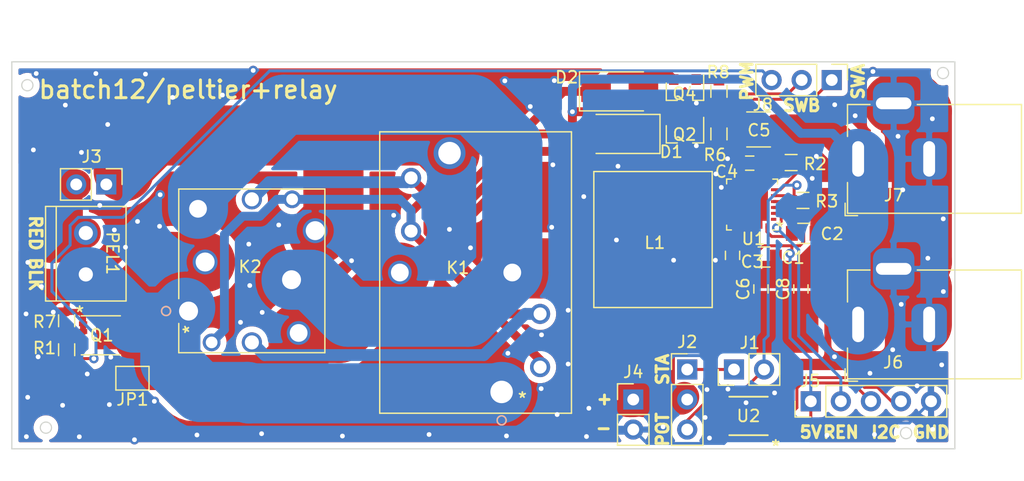
<source format=kicad_pcb>
(kicad_pcb (version 20171130) (host pcbnew "(5.1.6-0-10_14)")
  (layers (0 F.Cu signal) (31 B.Cu signal) (34 B.Paste user) (35 F.Paste user) (36 B.SilkS user) (37 F.SilkS user) (38 B.Mask user) (39 F.Mask user) (44 Edge.Cuts user))
  (net 0 "")
  (net 1 /PEL1)
  (net 2 12V)
  (net 3 /PEL3)
  (net 4 /PEL_BLK)
  (net 5 /PEL_RED)
  (net 6 "Net-(J1-Pad1)")
  (net 7 REG_OUT)
  (net 8 /POT_RES_A)
  (net 9 GND)
  (net 10 I2C_SDA)
  (net 11 I2C_SCL)
  (net 12 5V)
  (net 13 /PEL2)
  (net 14 "Net-(Q1-Pad4)")
  (net 15 "Net-(Q2-Pad1)")
  (net 16 "Net-(Q4-Pad1)")
  (net 17 PEL_PWM)
  (net 18 PEL_SWA)
  (net 19 PEL_SWB)
  (net 20 "Net-(R2-Pad2)")
  (net 21 "Net-(C3-Pad1)")
  (net 22 "Net-(C2-Pad1)")
  (net 23 "Net-(J3-Pad2)")
  (net 24 REG_LX)
  (net 25 REG_FB)
  (net 26 REG_EN)
  (module Pin_Headers:Pin_Header_Straight_1x05_Pitch2.54mm (layer F.Cu) (at 166 110.5 90)
    (fp_text reference J5 (at 1.72 -0.05 180) (layer F.SilkS))
    (fp_text value Conn_01x05_Male)
    (pad 5 thru_hole oval (at 0 10.16 90) (size 1.7 1.7) (drill 1) (layers *.Cu *.Mask) (net 9 GND))
    (pad 4 thru_hole oval (at 0 7.62 90) (size 1.7 1.7) (drill 1) (layers *.Cu *.Mask) (net 10 I2C_SDA))
    (pad 3 thru_hole oval (at 0 5.08 90) (size 1.7 1.7) (drill 1) (layers *.Cu *.Mask) (net 11 I2C_SCL))
    (pad 2 thru_hole oval (at 0 2.54 90) (size 1.7 1.7) (drill 1) (layers *.Cu *.Mask) (net 26 REG_EN))
    (pad 1 thru_hole rect (at 0 0 90) (size 1.7 1.7) (drill 1) (layers *.Cu *.Mask) (net 12 5V))
  )
  (module Diodes_SMD:D_SMA (layer F.Cu) (at 149.86 87.89 180)
    (fp_text reference D1 (at -4.35 -1.51) (layer F.SilkS))
    (fp_text value DIODE)
    (pad 1 smd rect (at -2 0 180) (size 2.5 1.8) (layers F.Cu F.Paste F.Mask) (net 1 /PEL1))
    (pad 2 smd rect (at 2 0 180) (size 2.5 1.8) (layers F.Cu F.Paste F.Mask) (net 2 12V))
  )
  (module Diodes_SMD:D_SMA (layer F.Cu) (at 149.86 84.29)
    (fp_text reference D2 (at -4.48 -1.19) (layer F.SilkS))
    (fp_text value DIODE)
    (pad 2 smd rect (at 2 0) (size 2.5 1.8) (layers F.Cu F.Paste F.Mask) (net 2 12V))
    (pad 1 smd rect (at -2 0) (size 2.5 1.8) (layers F.Cu F.Paste F.Mask) (net 3 /PEL3))
  )
  (module Ninja-qPCR:TB_SeeedOPL_320110028 (layer F.Cu) (at 104.75 96.27 270)
    (fp_text reference PEL1 (at 1.71 -2.25 270 unlocked) (layer F.SilkS))
    (fp_text value Screw_Terminal_01x02)
    (pad 2 thru_hole circle (at 3.5 0 270) (size 2 2) (drill 1.2) (layers *.Cu *.Mask) (net 4 /PEL_BLK))
    (pad 1 thru_hole circle (at 0 0 270) (size 2 2) (drill 1.2) (layers *.Cu *.Mask) (net 23 "Net-(J3-Pad2)"))
  )
  (module Pin_Headers:Pin_Header_Straight_1x02_Pitch2.54mm (layer F.Cu) (at 159.51 107.81 90)
    (fp_text reference J1 (at 2.26 1.33 180) (layer F.SilkS))
    (fp_text value Conn_01x02_Female)
    (pad 2 thru_hole oval (at 0 2.54 90) (size 1.7 1.7) (drill 1) (layers *.Cu *.Mask) (net 25 REG_FB))
    (pad 1 thru_hole rect (at 0 0 90) (size 1.7 1.7) (drill 1) (layers *.Cu *.Mask) (net 6 "Net-(J1-Pad1)"))
  )
  (module Pin_Headers:Pin_Header_Straight_1x03_Pitch2.54mm (layer F.Cu) (at 155.56 107.81)
    (fp_text reference J2 (at 0 -2.33) (layer F.SilkS))
    (fp_text value Conn_01x03_Male)
    (pad 3 thru_hole oval (at 0 5.08) (size 1.7 1.7) (drill 1) (layers *.Cu *.Mask) (net 8 /POT_RES_A))
    (pad 2 thru_hole oval (at 0 2.54) (size 1.7 1.7) (drill 1) (layers *.Cu *.Mask) (net 7 REG_OUT))
    (pad 1 thru_hole rect (at 0 0) (size 1.7 1.7) (drill 1) (layers *.Cu *.Mask) (net 6 "Net-(J1-Pad1)"))
  )
  (module Connector_BarrelJack:BarrelJack_Horizontal (layer F.Cu) (at 170 104 180)
    (fp_text reference J6 (at -2.96 -3.21) (layer F.SilkS))
    (fp_text value Barrel_Jack_Switch)
    (pad 1 thru_hole rect (at 0 0 180) (size 3.5 3.5) (drill oval 1 3) (layers *.Cu *.Mask) (net 2 12V))
    (pad 2 thru_hole roundrect (at -6 0 180) (size 3 3.5) (drill oval 1 3) (layers *.Cu *.Mask) (net 9 GND))
    (pad 3 thru_hole roundrect (at -3 4.7 180) (size 3.5 3.5) (drill oval 3 1) (layers *.Cu *.Mask) (net 9 GND))
  )
  (module Connector_BarrelJack:BarrelJack_Horizontal (layer F.Cu) (at 170 90 180)
    (fp_text reference J7 (at -3.03 -3.08) (layer F.SilkS))
    (fp_text value Barrel_Jack_Switch)
    (pad 3 thru_hole roundrect (at -3 4.7 180) (size 3.5 3.5) (drill oval 3 1) (layers *.Cu *.Mask) (net 9 GND))
    (pad 2 thru_hole roundrect (at -6 0 180) (size 3 3.5) (drill oval 1 3) (layers *.Cu *.Mask) (net 9 GND))
    (pad 1 thru_hole rect (at 0 0 180) (size 3.5 3.5) (drill oval 1 3) (layers *.Cu *.Mask) (net 2 12V))
  )
  (module Ninja-qPCR:EP2-3L3SAb (layer F.Cu) (at 139.88 109.71 90)
    (fp_text reference K1 (at 10.5 -3.7) (layer F.SilkS))
    (fp_text value EP2-3L3SAb hide)
    (fp_text user * (at -0.55 1.75) (layer F.SilkS))
    (pad 1 thru_hole circle (at 0 0 180) (size 2.7 2.7) (drill 1.9) (layers *.Cu *.Mask) (net 4 /PEL_BLK))
    (pad 2 thru_hole circle (at 2.1 3.25 180) (size 1.7 1.7) (drill 1.1) (layers *.Cu *.Mask) (net 2 12V))
    (pad 3 thru_hole circle (at 6.6 3.25 180) (size 1.7 1.7) (drill 1.1) (layers *.Cu *.Mask) (net 1 /PEL1))
    (pad 4 thru_hole circle (at 10.1 0.9 180) (size 2 2) (drill 1.5) (layers *.Cu *.Mask) (net 7 REG_OUT))
    (pad 8 thru_hole circle (at 20.2 -4.4 180) (size 2.7 2.7) (drill 1.9) (layers *.Cu *.Mask) (net 5 /PEL_RED))
    (pad 7 thru_hole circle (at 18.1 -7.65 180) (size 1.7 1.7) (drill 1.1) (layers *.Cu *.Mask) (net 3 /PEL3))
    (pad 6 thru_hole circle (at 13.6 -7.65 180) (size 1.7 1.7) (drill 1.1) (layers *.Cu *.Mask) (net 2 12V))
    (pad 5 thru_hole circle (at 10.1 -8.6 180) (size 2 2) (drill 1.5) (layers *.Cu *.Mask) (net 13 /PEL2))
  )
  (module Ninja-qPCR:EX2-2U1S (layer F.Cu) (at 113.43 102.87 90)
    (fp_text reference K2 (at 3.75 5.2 180) (layer F.SilkS))
    (fp_text value EX2-2U1S hide)
    (fp_text user * (at -1.55 0.1 90) (layer F.SilkS))
    (pad 10 thru_hole circle (at 4.15 1.4 90) (size 2.1082 2.1082) (drill 1.6002) (layers *.Cu *.Mask) (net 13 /PEL2))
    (pad 9 thru_hole circle (at 8.65 0.8 90) (size 2.0066 2.0066) (drill 1.4986) (layers *.Cu *.Mask) (net 7 REG_OUT))
    (pad 8 thru_hole circle (at 9.45 5.35 90) (size 1.7018 1.7018) (drill 1.1938) (layers *.Cu *.Mask) (net 3 /PEL3))
    (pad 7 thru_hole circle (at 9.45 8.75 90) (size 1.4986 1.4986) (drill 0.9906) (layers *.Cu *.Mask) (net 2 12V))
    (pad 6 thru_hole circle (at 6.8 10.7 90) (size 2.1082 2.1082) (drill 1.6002) (layers *.Cu *.Mask) (net 5 /PEL_RED))
    (pad 5 thru_hole circle (at 2.65 8.7 90) (size 2.1082 2.1082) (drill 1.6002) (layers *.Cu *.Mask) (net 7 REG_OUT))
    (pad 4 thru_hole circle (at -1.85 9.3 90) (size 2.0066 2.0066) (drill 1.4986) (layers *.Cu *.Mask) (net 13 /PEL2))
    (pad 3 thru_hole circle (at -2.65 5.35 90) (size 1.7018 1.7018) (drill 1.1938) (layers *.Cu *.Mask) (net 1 /PEL1))
    (pad 2 thru_hole circle (at -2.65 1.95 90) (size 1.4986 1.4986) (drill 0.9906) (layers *.Cu *.Mask) (net 2 12V))
    (pad 1 thru_hole circle (at 0 0 90) (size 2.1082 2.1082) (drill 1.6002) (layers *.Cu *.Mask) (net 4 /PEL_BLK))
  )
  (module Ninja-qPCR:104CDMCCDS-2R2MC (layer F.Cu) (at 152.67 96.82 270)
    (fp_text reference L1 (at 0.27 -0.15 180) (layer F.SilkS))
    (fp_text value 3.3uH hide)
    (pad 1 smd rect (at -4.75 0 270) (size 4.1 4.1) (layers F.Cu F.Paste F.Mask) (net 24 REG_LX))
    (pad 2 smd rect (at 4.75 0 270) (size 4.1 4.1) (layers F.Cu F.Paste F.Mask) (net 7 REG_OUT))
  )
  (module Ninja-qPCR:8-PowerVDFN (layer F.Cu) (at 106.02 104.92)
    (fp_text reference Q1 (at 0.08 0) (layer F.SilkS))
    (fp_text value 8-PowerVDFN-N hide)
    (fp_poly (pts (xy 1.31 1.185) (xy -0.4 1.185) (xy -0.4 -1.185) (xy 1.31 -1.185)) (layer F.Cu) (width 0))
    (fp_text user * (at -1.79 -1.92) (layer F.SilkS))
    (pad 1 smd rect (at -1.5 -0.975) (size 0.7 0.42) (layers F.Cu F.Paste F.Mask) (net 9 GND))
    (pad 2 smd rect (at -1.5 -0.325) (size 0.7 0.42) (layers F.Cu F.Paste F.Mask) (net 9 GND))
    (pad 3 smd rect (at -1.5 0.325) (size 0.7 0.42) (layers F.Cu F.Paste F.Mask) (net 9 GND))
    (pad 4 smd rect (at -1.5 0.975) (size 0.7 0.42) (layers F.Cu F.Paste F.Mask) (net 14 "Net-(Q1-Pad4)"))
    (pad 5 smd rect (at 1.58 0.975) (size 0.54 0.42) (layers F.Cu F.Paste F.Mask) (net 13 /PEL2))
    (pad 6 smd rect (at 1.58 0.325) (size 0.54 0.42) (layers F.Cu F.Paste F.Mask) (net 13 /PEL2))
    (pad 7 smd rect (at 1.58 -0.325) (size 0.54 0.42) (layers F.Cu F.Paste F.Mask) (net 13 /PEL2))
    (pad 8 smd rect (at 1.58 -0.975) (size 0.54 0.42) (layers F.Cu F.Paste F.Mask) (net 13 /PEL2))
  )
  (module TO_SOT_Packages_SMD:SOT-23 (layer F.Cu) (at 155.37 87.89 270)
    (fp_text reference Q2 (at 0.05 0.03 180) (layer F.SilkS))
    (fp_text value Q_NPN_BCE)
    (pad 1 smd rect (at -1 -0.95 270) (size 0.9 0.8) (layers F.Cu F.Paste F.Mask) (net 15 "Net-(Q2-Pad1)"))
    (pad 2 smd rect (at -1 0.95 270) (size 0.9 0.8) (layers F.Cu F.Paste F.Mask) (net 1 /PEL1))
    (pad 3 smd rect (at 1 0 270) (size 0.9 0.8) (layers F.Cu F.Paste F.Mask) (net 9 GND))
  )
  (module TO_SOT_Packages_SMD:SOT-23 (layer F.Cu) (at 155.37 84.29 270)
    (fp_text reference Q4 (at 0.2 0.05 180) (layer F.SilkS))
    (fp_text value Q_NPN_BCE)
    (pad 3 smd rect (at 1 0 270) (size 0.9 0.8) (layers F.Cu F.Paste F.Mask) (net 9 GND))
    (pad 2 smd rect (at -1 0.95 270) (size 0.9 0.8) (layers F.Cu F.Paste F.Mask) (net 3 /PEL3))
    (pad 1 smd rect (at -1 -0.95 270) (size 0.9 0.8) (layers F.Cu F.Paste F.Mask) (net 16 "Net-(Q4-Pad1)"))
  )
  (module Ninja-qPCR:AOZ2264QI-19 (layer F.Cu) (at 161.04 93.86 180)
    (fp_text reference U1 (at -0.12 -2.9) (layer F.SilkS))
    (fp_text value AOZ2264QI-19)
    (fp_poly (pts (xy 0 1.72) (xy -1.34 1.72) (xy -1.34 -1.38) (xy 0 -1.38)) (layer F.Cu) (width 0))
    (fp_poly (pts (xy 1.34 1.72) (xy 0.39 1.72) (xy 0.39 -1.38) (xy 1.34 -1.38)) (layer F.Cu) (width 0))
    (fp_text user * (at -2.34 -1.98) (layer F.SilkS))
    (pad 1 smd rect (at -1.82 -1.25 270) (size 0.25 0.45) (layers F.Cu F.Paste F.Mask))
    (pad 2 smd rect (at -1.82 -0.75 270) (size 0.25 0.45) (layers F.Cu F.Paste F.Mask) (net 26 REG_EN))
    (pad 3 smd rect (at -1.82 -0.25 270) (size 0.25 0.45) (layers F.Cu F.Paste F.Mask) (net 12 5V))
    (pad 4 smd rect (at -1.82 0.25 270) (size 0.25 0.45) (layers F.Cu F.Paste F.Mask) (net 9 GND))
    (pad 5 smd rect (at -1.82 0.75 270) (size 0.25 0.45) (layers F.Cu F.Paste F.Mask) (net 25 REG_FB))
    (pad 6 smd rect (at -1.82 1.25 270) (size 0.25 0.45) (layers F.Cu F.Paste F.Mask) (net 20 "Net-(R2-Pad2)"))
    (pad 7 smd rect (at -1.25 1.82 180) (size 0.25 0.45) (layers F.Cu F.Paste F.Mask) (net 2 12V))
    (pad 8 smd rect (at -0.75 1.82 180) (size 0.25 0.45) (layers F.Cu F.Paste F.Mask) (net 2 12V))
    (pad 9 smd rect (at -0.25 1.82 180) (size 0.25 0.45) (layers F.Cu F.Paste F.Mask) (net 2 12V))
    (pad 10 smd rect (at 0.75 1.82 180) (size 0.25 0.45) (layers F.Cu F.Paste F.Mask) (net 24 REG_LX))
    (pad 11 smd rect (at 1.25 1.82 180) (size 0.25 0.45) (layers F.Cu F.Paste F.Mask) (net 24 REG_LX))
    (pad 12 smd rect (at 1.82 1.25 270) (size 0.25 0.45) (layers F.Cu F.Paste F.Mask) (net 9 GND))
    (pad 13 smd rect (at 1.82 0.75 270) (size 0.25 0.45) (layers F.Cu F.Paste F.Mask) (net 9 GND))
    (pad 14 smd rect (at 1.82 0.25 270) (size 0.25 0.45) (layers F.Cu F.Paste F.Mask) (net 9 GND))
    (pad 15 smd rect (at 1.82 -0.25 270) (size 0.25 0.45) (layers F.Cu F.Paste F.Mask) (net 9 GND))
    (pad 16 smd rect (at 1.82 -0.75 270) (size 0.25 0.45) (layers F.Cu F.Paste F.Mask) (net 24 REG_LX))
    (pad 17 smd rect (at 1.82 -1.25 270) (size 0.25 0.45) (layers F.Cu F.Paste F.Mask) (net 24 REG_LX))
    (pad 18 smd rect (at 1.25 -1.82 180) (size 0.25 0.45) (layers F.Cu F.Paste F.Mask) (net 24 REG_LX))
    (pad 19 smd rect (at 0.75 -1.82 180) (size 0.25 0.45) (layers F.Cu F.Paste F.Mask) (net 9 GND))
    (pad 20 smd rect (at 0.25 -1.82 180) (size 0.25 0.45) (layers F.Cu F.Paste F.Mask) (net 21 "Net-(C3-Pad1)"))
    (pad 21 smd rect (at -0.25 -1.82 180) (size 0.25 0.45) (layers F.Cu F.Paste F.Mask) (net 12 5V))
    (pad 22 smd rect (at -0.75 -1.82 180) (size 0.25 0.45) (layers F.Cu F.Paste F.Mask) (net 2 12V))
    (pad 23 smd rect (at -1.25 -1.82 180) (size 0.25 0.45) (layers F.Cu F.Paste F.Mask) (net 22 "Net-(C2-Pad1)"))
  )
  (module Ninja-qPCR:MCP4551T-502E&slash_MS (layer F.Cu) (at 160.74 111.74 180)
    (fp_text reference U2 (at 0 0) (layer F.SilkS))
    (fp_text value MCP4551T-104 hide)
    (fp_text user * (at -2.2976 -2.5752) (layer F.SilkS))
    (fp_text user * (at -2.2976 -2.5752) (layer F.SilkS))
    (pad 8 smd rect (at 2.2 -1 180) (size 1.45 0.45) (layers F.Cu F.Paste F.Mask) (net 12 5V))
    (pad 7 smd rect (at 2.2 -0.325 180) (size 1.45 0.4) (layers F.Cu F.Paste F.Mask))
    (pad 6 smd rect (at 2.2 0.325 180) (size 1.45 0.4) (layers F.Cu F.Paste F.Mask) (net 25 REG_FB))
    (pad 5 smd rect (at 2.2 1 180) (size 1.45 0.45) (layers F.Cu F.Paste F.Mask) (net 8 /POT_RES_A))
    (pad 4 smd rect (at -2.2 1 180) (size 1.45 0.45) (layers F.Cu F.Paste F.Mask) (net 9 GND))
    (pad 3 smd rect (at -2.2 0.325 180) (size 1.45 0.4) (layers F.Cu F.Paste F.Mask) (net 10 I2C_SDA))
    (pad 2 smd rect (at -2.2 -0.325 180) (size 1.45 0.4) (layers F.Cu F.Paste F.Mask) (net 11 I2C_SCL))
    (pad 1 smd rect (at -2.2 -1 180) (size 1.45 0.45) (layers F.Cu F.Paste F.Mask) (net 9 GND))
  )
  (module Pin_Headers:Pin_Header_Straight_1x02_Pitch2.54mm (layer F.Cu) (at 151 110.35)
    (fp_text reference J4 (at 0 -2.33) (layer F.SilkS))
    (fp_text value Conn_01x02_Female)
    (pad 2 thru_hole oval (at 0 2.54) (size 1.7 1.7) (drill 1) (layers *.Cu *.Mask) (net 9 GND))
    (pad 1 thru_hole rect (at 0 0) (size 1.7 1.7) (drill 1) (layers *.Cu *.Mask) (net 7 REG_OUT))
  )
  (module Pin_Headers:Pin_Header_Straight_1x03_Pitch2.54mm (layer F.Cu) (at 167.77001 83.330008 270)
    (fp_text reference J8 (at 2.089992 5.82001 180) (layer F.SilkS))
    (fp_text value Conn_01x03_Male)
    (pad 3 thru_hole oval (at 0 5.08 270) (size 1.7 1.7) (drill 1) (layers *.Cu *.Mask) (net 17 PEL_PWM))
    (pad 2 thru_hole oval (at 0 2.54 270) (size 1.7 1.7) (drill 1) (layers *.Cu *.Mask) (net 19 PEL_SWB))
    (pad 1 thru_hole rect (at 0 0 270) (size 1.7 1.7) (drill 1) (layers *.Cu *.Mask) (net 18 PEL_SWA))
  )
  (module Capacitors_SMD:C_0805 (layer F.Cu) (at 162.05 98.3)
    (fp_text reference C1 (at 2.46 0.06) (layer F.SilkS))
    (fp_text value 10uF)
    (pad 2 smd rect (at 1 0) (size 1 1.25) (layers F.Cu F.Paste F.Mask) (net 9 GND))
    (pad 1 smd rect (at -1 0) (size 1 1.25) (layers F.Cu F.Paste F.Mask) (net 12 5V))
  )
  (module Capacitors_SMD:C_0805 (layer F.Cu) (at 165.4 96.3)
    (fp_text reference C2 (at 2.4 0.04) (layer F.SilkS))
    (fp_text value 10uF)
    (pad 1 smd rect (at -1 0) (size 1 1.25) (layers F.Cu F.Paste F.Mask) (net 22 "Net-(C2-Pad1)"))
    (pad 2 smd rect (at 1 0) (size 1 1.25) (layers F.Cu F.Paste F.Mask) (net 9 GND))
  )
  (module Capacitors_SMD:C_0603 (layer F.Cu) (at 159.39 98.16 90)
    (fp_text reference C3 (at -0.54 1.67 180) (layer F.SilkS))
    (fp_text value 0.1uF)
    (pad 1 smd rect (at -0.75 0 90) (size 0.8 0.75) (layers F.Cu F.Paste F.Mask) (net 21 "Net-(C3-Pad1)"))
    (pad 2 smd rect (at 0.75 0 90) (size 0.8 0.75) (layers F.Cu F.Paste F.Mask) (net 24 REG_LX))
  )
  (module Capacitors_SMD:C_0603 (layer F.Cu) (at 160.84 90.36 180)
    (fp_text reference C4 (at 1.96 -0.72) (layer F.SilkS))
    (fp_text value 1uF)
    (pad 2 smd rect (at 0.75 0 180) (size 0.8 0.75) (layers F.Cu F.Paste F.Mask) (net 9 GND))
    (pad 1 smd rect (at -0.75 0 180) (size 0.8 0.75) (layers F.Cu F.Paste F.Mask) (net 2 12V))
  )
  (module Capacitors_SMD:C_1210 (layer F.Cu) (at 161.59 87.51 180)
    (fp_text reference C5 (at -0.03 -0.07) (layer F.SilkS))
    (fp_text value 22uF)
    (pad 2 smd rect (at 1.5 0 180) (size 1 2.5) (layers F.Cu F.Paste F.Mask) (net 9 GND))
    (pad 1 smd rect (at -1.5 0 180) (size 1 2.5) (layers F.Cu F.Paste F.Mask) (net 2 12V))
  )
  (module Resistors_SMD:R_0603 (layer F.Cu) (at 103.13 106.14 270)
    (fp_text reference R1 (at -0.14 1.87 180) (layer F.SilkS))
    (fp_text value 150)
    (pad 2 smd rect (at 0.75 0 270) (size 0.5 0.9) (layers F.Cu F.Paste F.Mask) (net 17 PEL_PWM))
    (pad 1 smd rect (at -0.75 0 270) (size 0.5 0.9) (layers F.Cu F.Paste F.Mask) (net 14 "Net-(Q1-Pad4)"))
  )
  (module Resistors_SMD:R_0603 (layer F.Cu) (at 164.34 90.31)
    (fp_text reference R2 (at 2.03 0.12) (layer F.SilkS))
    (fp_text value 60k)
    (pad 2 smd rect (at 0.75 0) (size 0.5 0.9) (layers F.Cu F.Paste F.Mask) (net 20 "Net-(R2-Pad2)"))
    (pad 1 smd rect (at -0.75 0) (size 0.5 0.9) (layers F.Cu F.Paste F.Mask) (net 2 12V))
  )
  (module Resistors_SMD:R_0603 (layer F.Cu) (at 165.34 93.51)
    (fp_text reference R3 (at 2.01 0.08) (layer F.SilkS))
    (fp_text value 5k)
    (pad 1 smd rect (at -0.75 0) (size 0.5 0.9) (layers F.Cu F.Paste F.Mask) (net 25 REG_FB))
    (pad 2 smd rect (at 0.75 0) (size 0.5 0.9) (layers F.Cu F.Paste F.Mask) (net 9 GND))
  )
  (module Resistors_SMD:R_0603 (layer F.Cu) (at 158.24 87.89 90)
    (fp_text reference R6 (at -1.77 -0.33 180) (layer F.SilkS))
    (fp_text value 10k)
    (pad 1 smd rect (at -0.75 0 90) (size 0.5 0.9) (layers F.Cu F.Paste F.Mask) (net 15 "Net-(Q2-Pad1)"))
    (pad 2 smd rect (at 0.75 0 90) (size 0.5 0.9) (layers F.Cu F.Paste F.Mask) (net 18 PEL_SWA))
  )
  (module Resistors_SMD:R_0603 (layer F.Cu) (at 103.13 103.69 270)
    (fp_text reference R7 (at 0.09 1.87 180) (layer F.SilkS))
    (fp_text value 47k)
    (pad 2 smd rect (at 0.75 0 270) (size 0.5 0.9) (layers F.Cu F.Paste F.Mask) (net 14 "Net-(Q1-Pad4)"))
    (pad 1 smd rect (at -0.75 0 270) (size 0.5 0.9) (layers F.Cu F.Paste F.Mask) (net 9 GND))
  )
  (module Resistors_SMD:R_0603 (layer F.Cu) (at 158.24 84.29 90)
    (fp_text reference R8 (at 1.63 -0.06 180) (layer F.SilkS))
    (fp_text value 10k)
    (pad 1 smd rect (at -0.75 0 90) (size 0.5 0.9) (layers F.Cu F.Paste F.Mask) (net 19 PEL_SWB))
    (pad 2 smd rect (at 0.75 0 90) (size 0.5 0.9) (layers F.Cu F.Paste F.Mask) (net 16 "Net-(Q4-Pad1)"))
  )
  (module Pin_Headers:Pin_Header_Straight_1x02_Pitch2.54mm (layer F.Cu) (at 106.48 92.16 270)
    (fp_text reference J3 (at -2.35 1.23 180) (layer F.SilkS))
    (fp_text value Conn_01x02_Female)
    (pad 2 thru_hole oval (at 0 2.54 270) (size 1.7 1.7) (drill 1) (layers *.Cu *.Mask) (net 23 "Net-(J3-Pad2)"))
    (pad 1 thru_hole rect (at 0 0 270) (size 1.7 1.7) (drill 1) (layers *.Cu *.Mask) (net 5 /PEL_RED))
  )
  (module Capacitors_SMD:C_0603 (layer F.Cu) (at 161.79 101 90)
    (fp_text reference C6 (at 0 -1.5 90) (layer F.SilkS))
    (fp_text value 0.1uF)
    (pad 2 smd rect (at 0.75 0 90) (size 0.8 0.75) (layers F.Cu F.Paste F.Mask) (net 9 GND))
    (pad 1 smd rect (at -0.75 0 90) (size 0.8 0.75) (layers F.Cu F.Paste F.Mask) (net 7 REG_OUT))
  )
  (module Capacitors_SMD:C_0603 (layer F.Cu) (at 165.165001 101 90)
    (fp_text reference C8 (at 0 -1.5 90) (layer F.SilkS))
    (fp_text value 1uF)
    (pad 1 smd rect (at -0.75 0 90) (size 0.8 0.75) (layers F.Cu F.Paste F.Mask) (net 7 REG_OUT))
    (pad 2 smd rect (at 0.75 0 90) (size 0.8 0.75) (layers F.Cu F.Paste F.Mask) (net 9 GND))
  )
  (module Jumper:SolderJumper-2_P1.3mm_Open_TrianglePad1.0x1.5mm (layer F.Cu) (at 108.69 108.55 180)
    (fp_text reference JP1 (at 0 -1.8) (layer F.SilkS))
    (fp_text value Jumper)
    (pad 2 smd custom (at 0.725 0 180) (size 0.3 0.3) (layers F.Cu F.Mask) (net 9 GND) (options (clearance outline) (anchor rect)) (primitives (gr_poly (pts (xy -0.65 -0.75) (xy 0.5 -0.75) (xy 0.5 0.75) (xy -0.65 0.75) (xy -0.15 0)) (width 0))))
    (pad 1 smd custom (at -0.725 0 180) (size 0.3 0.3) (layers F.Cu F.Mask) (net 13 /PEL2) (options (clearance outline) (anchor rect)) (primitives (gr_poly (pts (xy -0.5 -0.75) (xy 0.5 -0.75) (xy 1 0) (xy 0.5 0.75) (xy -0.5 0.75)) (width 0))))
  )
  (gr_circle (center 99.81 83.77) (end 100.285 83.77) (layer Edge.Cuts) (width 0.1))
  (gr_circle (center 101.38 112.73) (end 101.855 112.73) (layer Edge.Cuts) (width 0.1))
  (gr_circle (center 174.05 113.19) (end 174.525 113.19) (layer Edge.Cuts) (width 0.1))
  (gr_poly (pts (xy 174.005 100.89) (xy 160.23 100.89) (xy 160.23 99.34) (xy 161.96 99.34) (xy 161.96 98.67) (xy 165.17 98.67) (xy 165.18 98.22) (xy 166.1 97.34) (xy 166.12 92.51) (xy 173.995 92.51)) (layer F.Cu) (width 0.1))
  (gr_poly (pts (xy 166.63 102.32) (xy 159.56 102.31) (xy 159.56 101.22) (xy 166.63 101.22)) (layer F.Cu) (width 0.1))
  (gr_text batch12/peltier+relay (at 113.4 84.14) (layer F.SilkS) (effects (font (size 1.5 1.5) (thickness 0.25))))
  (gr_poly (pts (xy 161.5 88.17) (xy 160.58 88.76) (xy 160.43 89.77) (xy 160.43 90.76) (xy 159.44 91.29) (xy 159.44 94.24) (xy 159.06 94.24) (xy 159.01 94.19) (xy 155.71 90.03) (xy 155.25 89.34) (xy 153.5 89.34) (xy 153.5 87.84) (xy 156.36 87.84) (xy 157.3 88.77) (xy 157.66 89.69) (xy 159.07 89.44) (xy 159.07 86.38) (xy 159.7 85.56) (xy 161.52 85.56)) (layer F.Cu) (width 0))
  (gr_text - (at 148.5 112.89 180) (layer F.SilkS) (effects (font (size 1 1) (thickness 0.25))))
  (gr_text + (at 148.5 110.35 90) (layer F.SilkS) (effects (font (size 1 1) (thickness 0.25))))
  (gr_text BLK (at 100.5 99.77 270) (layer F.SilkS) (effects (font (size 1 1) (thickness 0.25))))
  (gr_text RED (at 100.5 96.27 270) (layer F.SilkS) (effects (font (size 1 1) (thickness 0.25))))
  (gr_line (start 178.171 114.52) (end 98.5 114.52) (layer Edge.Cuts) (width 0.1))
  (gr_line (start 98.5 81.79) (end 178.171 81.79) (layer Edge.Cuts) (width 0.1))
  (gr_text SWA (at 170 83.46 90) (layer F.SilkS) (effects (font (size 1 1) (thickness 0.25))))
  (gr_text SWB (at 165.23001 85.48) (layer F.SilkS) (effects (font (size 1 1) (thickness 0.25))))
  (gr_text PWM (at 160.6 83.41 90) (layer F.SilkS) (effects (font (size 1 1) (thickness 0.25))))
  (gr_poly (pts (xy 160.54 102.22) (xy 166.64 102.23) (xy 166.64 106.4) (xy 150.52 106.4) (xy 150.52 99.37) (xy 158.52 99.37)) (layer F.Cu) (width 0))
  (gr_poly (pts (xy 158.83 94.48) (xy 159.89 94.48) (xy 159.9 95.05) (xy 159.91 95.45) (xy 159.71 95.58) (xy 159.73 97.82) (xy 150.52 97.82) (xy 150.51 89.86) (xy 154.85 89.86)) (layer F.Cu) (width 0))
  (gr_poly (pts (xy 163.86 90.74) (xy 162.41 92.14) (xy 161.04 92.14) (xy 160.69 91.08) (xy 160.69 90.24) (xy 163.86 89.81)) (layer F.Cu) (width 0.1))
  (gr_text STA (at 153.48 107.81 90) (layer F.SilkS) (effects (font (size 1 1) (thickness 0.25))))
  (gr_text POT (at 153.48 112.89 90) (layer F.SilkS) (effects (font (size 1 1) (thickness 0.25))))
  (gr_text 5V (at 166 113.12) (layer F.SilkS) (effects (font (size 1 1) (thickness 0.25))))
  (gr_text REN (at 168.54 113.12) (layer F.SilkS) (effects (font (size 1 1) (thickness 0.25))))
  (gr_text I2C (at 172.35 113.12) (layer F.SilkS) (effects (font (size 1 1) (thickness 0.25))))
  (gr_text GND (at 176.16 113.12) (layer F.SilkS) (effects (font (size 1 1) (thickness 0.25))))
  (gr_line (start 98.5 114.52) (end 98.5 81.79) (layer Edge.Cuts) (width 0.1))
  (gr_line (start 178.171 81.79) (end 178.171 114.52) (layer Edge.Cuts) (width 0.1))
  (gr_circle (center 177.17 82.74) (end 177.645 82.74) (layer Edge.Cuts) (width 0.1))
  (segment (start 141.862066 103.11) (end 143.13 103.11) (width 1) (layer B.Cu) (net 1))
  (segment (start 119.850011 106.590011) (end 138.382055 106.590011) (width 1) (layer B.Cu) (net 1))
  (segment (start 138.382055 106.590011) (end 141.862066 103.11) (width 1) (layer B.Cu) (net 1))
  (segment (start 118.78 105.52) (end 119.850011 106.590011) (width 1) (layer B.Cu) (net 1))
  (segment (start 152.86 86.89) (end 151.86 87.89) (width 1) (layer F.Cu) (net 1))
  (segment (start 154.42 86.89) (end 152.86 86.89) (width 1) (layer F.Cu) (net 1))
  (segment (start 150.384999 89.365001) (end 151.86 87.89) (width 0.75) (layer F.Cu) (net 1))
  (segment (start 142.71732 89.365001) (end 150.384999 89.365001) (width 0.75) (layer F.Cu) (net 1))
  (segment (start 137.557293 94.525029) (end 142.71732 89.365001) (width 0.75) (layer F.Cu) (net 1))
  (segment (start 133.655001 95.425999) (end 134.555971 94.525029) (width 0.75) (layer F.Cu) (net 1))
  (segment (start 133.655001 96.191485) (end 133.655001 95.425999) (width 0.75) (layer F.Cu) (net 1))
  (segment (start 134.555971 94.525029) (end 137.557293 94.525029) (width 0.75) (layer F.Cu) (net 1))
  (segment (start 140.573516 103.11) (end 133.655001 96.191485) (width 0.75) (layer F.Cu) (net 1))
  (segment (start 143.13 103.11) (end 140.573516 103.11) (width 0.75) (layer F.Cu) (net 1))
  (segment (start 167.51 87.51) (end 163.09 87.51) (width 2.54) (layer F.Cu) (net 2))
  (segment (start 170 90) (end 167.51 87.51) (width 2.54) (layer F.Cu) (net 2))
  (segment (start 161.960001 89.989999) (end 161.960001 90.36) (width 2.54) (layer F.Cu) (net 2))
  (segment (start 163.09 88.86) (end 161.960001 89.989999) (width 2.54) (layer F.Cu) (net 2))
  (segment (start 163.09 87.51) (end 163.09 88.86) (width 2.54) (layer F.Cu) (net 2))
  (segment (start 163.59 89.36) (end 163.09 88.86) (width 1) (layer F.Cu) (net 2))
  (segment (start 163.59 90.31) (end 163.59 89.36) (width 1) (layer F.Cu) (net 2))
  (segment (start 170 95.437602) (end 168.50999 96.927612) (width 5.08) (layer B.Cu) (net 2))
  (segment (start 170 104) (end 170 103.162398) (width 5.08) (layer B.Cu) (net 2))
  (segment (start 170 103.162398) (end 168.50999 101.672388) (width 5.08) (layer B.Cu) (net 2))
  (segment (start 168.50999 101.672388) (end 168.50999 96.927612) (width 5.08) (layer B.Cu) (net 2))
  (segment (start 170 90) (end 170 95.437602) (width 5.08) (layer B.Cu) (net 2))
  (segment (start 161.59 90.36) (end 161.960001 89.989999) (width 0.25) (layer F.Cu) (net 2))
  (segment (start 161.79 90.16) (end 161.960001 89.989999) (width 0.25) (layer F.Cu) (net 2))
  (segment (start 161.79 92.04) (end 161.79 90.16) (width 0.25) (layer F.Cu) (net 2))
  (segment (start 161.79 95.68) (end 161.79 92.04) (width 0.25) (layer F.Cu) (net 2))
  (segment (start 122.18 93.42) (end 131.28 93.42) (width 0.75) (layer B.Cu) (net 2))
  (segment (start 132.23 94.37) (end 132.23 96.11) (width 0.75) (layer B.Cu) (net 2))
  (segment (start 131.28 93.42) (end 132.23 94.37) (width 0.75) (layer B.Cu) (net 2))
  (segment (start 120.890334 93.42) (end 122.18 93.42) (width 0.75) (layer B.Cu) (net 2))
  (segment (start 119.464433 94.845901) (end 120.890334 93.42) (width 0.75) (layer B.Cu) (net 2))
  (segment (start 118.009388 94.845901) (end 119.464433 94.845901) (width 0.75) (layer B.Cu) (net 2))
  (segment (start 116.459101 96.396188) (end 118.009388 94.845901) (width 0.75) (layer B.Cu) (net 2))
  (segment (start 116.459101 104.440899) (end 116.459101 96.396188) (width 0.75) (layer B.Cu) (net 2))
  (segment (start 115.38 105.52) (end 116.459101 104.440899) (width 0.75) (layer B.Cu) (net 2))
  (segment (start 143.13 107.01) (end 143.13 107.61) (width 0.75) (layer F.Cu) (net 2))
  (segment (start 132.23 96.11) (end 143.13 107.01) (width 0.75) (layer F.Cu) (net 2))
  (via (at 145.86 86.01) (size 0.8) (drill 0.4) (layers F.Cu B.Cu) (net 2))
  (segment (start 145.86 87.89) (end 145.86 86.01) (width 0.75) (layer F.Cu) (net 2))
  (segment (start 151.86 84.29) (end 151.75 84.29) (width 0.75) (layer F.Cu) (net 2))
  (segment (start 145.86 87.89) (end 142.848804 87.89) (width 0.75) (layer F.Cu) (net 2))
  (segment (start 142.848804 87.89) (end 137.163786 93.575019) (width 0.75) (layer F.Cu) (net 2))
  (segment (start 137.163786 93.575019) (end 133.134981 93.575019) (width 0.75) (layer F.Cu) (net 2))
  (segment (start 132.23 94.48) (end 132.23 96.11) (width 0.75) (layer F.Cu) (net 2))
  (segment (start 133.134981 93.575019) (end 132.23 94.48) (width 0.75) (layer F.Cu) (net 2))
  (segment (start 161.29 92.04) (end 161.79 92.04) (width 0.25) (layer F.Cu) (net 2))
  (segment (start 161.79 92.04) (end 162.29 92.04) (width 0.25) (layer F.Cu) (net 2))
  (segment (start 150.14 86.01) (end 151.86 84.29) (width 0.75) (layer F.Cu) (net 2))
  (segment (start 145.86 86.01) (end 150.14 86.01) (width 0.75) (layer F.Cu) (net 2))
  (segment (start 147.86 87.89) (end 145.86 87.89) (width 0.75) (layer F.Cu) (net 2))
  (segment (start 145.86 83.954999) (end 145.86 86.01) (width 0.75) (layer B.Cu) (net 2))
  (segment (start 167.835 87.835) (end 165.166752 87.835) (width 0.75) (layer B.Cu) (net 2))
  (segment (start 160.586752 83.254999) (end 146.56 83.254999) (width 0.75) (layer B.Cu) (net 2))
  (segment (start 165.166752 87.835) (end 160.586752 83.254999) (width 0.75) (layer B.Cu) (net 2))
  (segment (start 146.56 83.254999) (end 145.86 83.954999) (width 0.75) (layer B.Cu) (net 2))
  (segment (start 170 90) (end 167.835 87.835) (width 0.75) (layer B.Cu) (net 2))
  (segment (start 131.869301 91.970699) (end 132.23 91.61) (width 1) (layer B.Cu) (net 3))
  (segment (start 120.229301 91.970699) (end 131.869301 91.970699) (width 1) (layer B.Cu) (net 3))
  (segment (start 118.78 93.42) (end 120.229301 91.970699) (width 1) (layer B.Cu) (net 3))
  (segment (start 153.944999 82.814999) (end 154.42 83.29) (width 0.75) (layer F.Cu) (net 3))
  (segment (start 149.335001 82.814999) (end 153.944999 82.814999) (width 0.75) (layer F.Cu) (net 3))
  (segment (start 147.86 84.29) (end 149.335001 82.814999) (width 0.75) (layer F.Cu) (net 3))
  (segment (start 136.770279 92.625009) (end 133.245009 92.625009) (width 0.75) (layer F.Cu) (net 3))
  (segment (start 145.105288 84.29) (end 136.770279 92.625009) (width 0.75) (layer F.Cu) (net 3))
  (segment (start 133.245009 92.625009) (end 132.23 91.61) (width 0.75) (layer F.Cu) (net 3))
  (segment (start 145.86 84.29) (end 145.105288 84.29) (width 0.75) (layer F.Cu) (net 3))
  (segment (start 145.86 84.29) (end 147.86 84.29) (width 0.75) (layer F.Cu) (net 3))
  (segment (start 111.890699 103.845135) (end 113.147917 102.587917) (width 5.08) (layer B.Cu) (net 4))
  (segment (start 114.405834 109.71) (end 111.890699 107.194865) (width 5.08) (layer B.Cu) (net 4))
  (segment (start 111.890699 107.194865) (end 111.890699 103.845135) (width 5.08) (layer B.Cu) (net 4))
  (segment (start 104.990001 100.010001) (end 104.75 100.010001) (width 5.08) (layer B.Cu) (net 4))
  (segment (start 108.825135 103.845135) (end 104.990001 100.010001) (width 5.08) (layer B.Cu) (net 4))
  (segment (start 111.890699 103.845135) (end 108.825135 103.845135) (width 5.08) (layer B.Cu) (net 4))
  (segment (start 118.387934 109.71) (end 118.507955 109.830021) (width 5.08) (layer B.Cu) (net 4))
  (segment (start 114.405834 109.71) (end 118.387934 109.71) (width 5.08) (layer B.Cu) (net 4))
  (segment (start 139.759979 109.830021) (end 139.88 109.71) (width 5.08) (layer B.Cu) (net 4))
  (segment (start 118.507955 109.830021) (end 139.759979 109.830021) (width 5.08) (layer B.Cu) (net 4))
  (segment (start 133.989999 88.019999) (end 130.506799 88.019999) (width 5.08) (layer F.Cu) (net 5))
  (segment (start 135.48 89.51) (end 133.989999 88.019999) (width 5.08) (layer F.Cu) (net 5))
  (segment (start 107.95001 90.63999) (end 107.95001 91.06) (width 5.08) (layer F.Cu) (net 5))
  (segment (start 110.570001 88.019999) (end 107.95001 90.63999) (width 5.08) (layer F.Cu) (net 5))
  (segment (start 125.669301 95.094865) (end 125.669301 88.259299) (width 5.08) (layer F.Cu) (net 5))
  (segment (start 125.669301 88.259299) (end 125.430001 88.019999) (width 5.08) (layer F.Cu) (net 5))
  (segment (start 125.430001 88.019999) (end 110.570001 88.019999) (width 5.08) (layer F.Cu) (net 5))
  (segment (start 124.412083 96.352083) (end 125.669301 95.094865) (width 5.08) (layer F.Cu) (net 5))
  (segment (start 130.506799 88.019999) (end 125.430001 88.019999) (width 5.08) (layer F.Cu) (net 5))
  (segment (start 155.56 107.81) (end 159.51 107.81) (width 0.25) (layer F.Cu) (net 6))
  (segment (start 161.805001 102.844999) (end 161.79 102.86) (width 0.25) (layer F.Cu) (net 7))
  (segment (start 165.165001 102.844999) (end 161.805001 102.844999) (width 0.25) (layer F.Cu) (net 7))
  (segment (start 153.96 102.86) (end 152.67 101.57) (width 0.25) (layer F.Cu) (net 7))
  (segment (start 161.79 102.86) (end 153.96 102.86) (width 0.25) (layer F.Cu) (net 7))
  (segment (start 154.384999 103.284999) (end 152.67 101.57) (width 0.25) (layer F.Cu) (net 7))
  (segment (start 154.384999 109.174999) (end 154.384999 103.284999) (width 0.25) (layer F.Cu) (net 7))
  (segment (start 155.56 110.35) (end 154.384999 109.174999) (width 0.25) (layer F.Cu) (net 7))
  (segment (start 123.770086 100.22) (end 122.13 100.22) (width 5.08) (layer B.Cu) (net 7))
  (segment (start 126.900087 103.350001) (end 123.770086 100.22) (width 5.08) (layer B.Cu) (net 7))
  (segment (start 137.039999 103.350001) (end 126.900087 103.350001) (width 5.08) (layer B.Cu) (net 7))
  (segment (start 140.78 99.61) (end 137.039999 103.350001) (width 5.08) (layer B.Cu) (net 7))
  (segment (start 140.78 88.756798) (end 140.78 99.61) (width 5.08) (layer B.Cu) (net 7))
  (segment (start 137.443201 85.419999) (end 140.78 88.756798) (width 5.08) (layer B.Cu) (net 7))
  (segment (start 114.23 92.655466) (end 121.465467 85.419999) (width 5.08) (layer B.Cu) (net 7))
  (segment (start 121.465467 85.419999) (end 137.443201 85.419999) (width 5.08) (layer B.Cu) (net 7))
  (segment (start 114.23 94.22) (end 114.23 92.655466) (width 5.08) (layer B.Cu) (net 7))
  (segment (start 155.56 110.35) (end 151 110.35) (width 0.25) (layer F.Cu) (net 7))
  (segment (start 152.67 101.57) (end 149.2 101.57) (width 5.08) (layer F.Cu) (net 7))
  (segment (start 146.890598 99.260598) (end 143.129402 99.260598) (width 5.08) (layer F.Cu) (net 7))
  (segment (start 149.2 101.57) (end 146.890598 99.260598) (width 5.08) (layer F.Cu) (net 7))
  (segment (start 150.729999 109.299999) (end 151 109.299999) (width 5.08) (layer F.Cu) (net 7))
  (segment (start 149.2 107.77) (end 150.729999 109.299999) (width 5.08) (layer F.Cu) (net 7))
  (segment (start 149.2 101.57) (end 149.2 107.77) (width 5.08) (layer F.Cu) (net 7))
  (segment (start 152.67 101.57) (end 151.969999 102.270001) (width 5.08) (layer F.Cu) (net 7))
  (segment (start 151.969999 102.270001) (end 151.969999 109.299999) (width 5.08) (layer F.Cu) (net 7))
  (segment (start 155.084316 110.35) (end 155.304315 110.130001) (width 2.54) (layer F.Cu) (net 7))
  (segment (start 151 110.35) (end 155.084316 110.35) (width 2.54) (layer F.Cu) (net 7))
  (segment (start 143.129402 99.260598) (end 141.129402 99.260598) (width 5.08) (layer F.Cu) (net 7))
  (segment (start 161.79 101.75) (end 161.79 102.86) (width 0.25) (layer F.Cu) (net 7))
  (segment (start 165.165001 101.75) (end 165.165001 102.844999) (width 0.25) (layer F.Cu) (net 7))
  (segment (start 155.56 112.89) (end 155.56 112.13) (width 0.25) (layer F.Cu) (net 8))
  (segment (start 156.95 110.74) (end 158.54 110.74) (width 0.25) (layer F.Cu) (net 8))
  (segment (start 155.56 112.13) (end 156.95 110.74) (width 0.25) (layer F.Cu) (net 8))
  (segment (start 176 110.34) (end 176.16 110.5) (width 0.25) (layer B.Cu) (net 9))
  (segment (start 176 104) (end 176 110.34) (width 0.25) (layer B.Cu) (net 9))
  (segment (start 162.104998 112.74) (end 161.71 112.345002) (width 0.25) (layer F.Cu) (net 9))
  (segment (start 162.94 112.74) (end 162.104998 112.74) (width 0.25) (layer F.Cu) (net 9))
  (segment (start 161.71 110.995) (end 161.965 110.74) (width 0.25) (layer F.Cu) (net 9))
  (segment (start 161.965 110.74) (end 162.94 110.74) (width 0.25) (layer F.Cu) (net 9))
  (segment (start 161.71 112.345002) (end 161.71 110.995) (width 0.25) (layer F.Cu) (net 9))
  (via (at 162.94 109.79) (size 0.8) (drill 0.4) (layers F.Cu B.Cu) (net 9))
  (segment (start 162.94 110.74) (end 162.94 109.79) (width 0.25) (layer F.Cu) (net 9))
  (segment (start 174.984999 111.675001) (end 176.16 110.5) (width 0.25) (layer B.Cu) (net 9))
  (segment (start 175.38099 100.948988) (end 175.38099 104) (width 5.08) (layer F.Cu) (net 9))
  (segment (start 173.732002 99.3) (end 175.38099 100.948988) (width 5.08) (layer F.Cu) (net 9))
  (segment (start 173 99.3) (end 173.732002 99.3) (width 5.08) (layer F.Cu) (net 9))
  (segment (start 174.78 99.3) (end 173 99.3) (width 5.08) (layer F.Cu) (net 9))
  (segment (start 175.38099 85.93099) (end 175.38099 98.69901) (width 5.08) (layer F.Cu) (net 9))
  (segment (start 174.75 85.3) (end 175.38099 85.93099) (width 5.08) (layer F.Cu) (net 9))
  (segment (start 175.38099 98.69901) (end 174.78 99.3) (width 5.08) (layer F.Cu) (net 9))
  (segment (start 173 85.3) (end 174.75 85.3) (width 5.08) (layer F.Cu) (net 9))
  (segment (start 174.32999 112.33001) (end 174.984999 111.675001) (width 0.25) (layer B.Cu) (net 9))
  (segment (start 162.94 110.44641) (end 164.8236 112.33001) (width 0.25) (layer B.Cu) (net 9))
  (segment (start 164.8236 112.33001) (end 174.32999 112.33001) (width 0.25) (layer B.Cu) (net 9))
  (segment (start 162.94 109.79) (end 162.94 110.44641) (width 0.25) (layer B.Cu) (net 9))
  (segment (start 159.22 92.61) (end 159.22 93.11) (width 0.25) (layer F.Cu) (net 9))
  (segment (start 159.22 93.11) (end 159.22 93.61) (width 0.25) (layer F.Cu) (net 9))
  (segment (start 159.22 93.61) (end 159.22 94.11) (width 0.25) (layer F.Cu) (net 9))
  (segment (start 160.09 87.51) (end 160.09 90.36) (width 0.25) (layer F.Cu) (net 9))
  (segment (start 158.664999 114.065001) (end 162.94 109.79) (width 0.25) (layer B.Cu) (net 9))
  (segment (start 159.22 91.23) (end 159.22 92.61) (width 0.25) (layer F.Cu) (net 9))
  (segment (start 160.09 90.36) (end 159.22 91.23) (width 0.25) (layer F.Cu) (net 9))
  (via (at 156.33 85.28) (size 0.8) (drill 0.4) (layers F.Cu B.Cu) (net 9))
  (segment (start 156.32 85.29) (end 156.33 85.28) (width 1) (layer F.Cu) (net 9))
  (segment (start 155.37 85.29) (end 156.32 85.29) (width 1) (layer F.Cu) (net 9))
  (via (at 156.33 88.89) (size 0.8) (drill 0.4) (layers F.Cu B.Cu) (net 9))
  (segment (start 156.33 85.28) (end 156.33 88.89) (width 1) (layer B.Cu) (net 9))
  (segment (start 156.33 88.89) (end 155.37 88.89) (width 1) (layer F.Cu) (net 9))
  (segment (start 157.8 90.36) (end 159.989991 90.36) (width 1) (layer F.Cu) (net 9))
  (segment (start 156.33 88.89) (end 157.8 90.36) (width 1) (layer F.Cu) (net 9))
  (segment (start 103.13 102.94) (end 104.26 102.94) (width 0.25) (layer F.Cu) (net 9))
  (segment (start 104.52 103.2) (end 104.52 103.945) (width 0.25) (layer F.Cu) (net 9))
  (segment (start 104.26 102.94) (end 104.52 103.2) (width 0.25) (layer F.Cu) (net 9))
  (segment (start 104.52 103.945) (end 104.52 104.595) (width 0.25) (layer F.Cu) (net 9))
  (segment (start 104.52 104.595) (end 104.52 105.245) (width 0.25) (layer F.Cu) (net 9))
  (via (at 102 102.96) (size 0.8) (drill 0.4) (layers F.Cu B.Cu) (net 9))
  (segment (start 102.02 102.94) (end 102 102.96) (width 0.75) (layer F.Cu) (net 9))
  (segment (start 103.13 102.94) (end 102.02 102.94) (width 0.75) (layer F.Cu) (net 9))
  (segment (start 152.175001 114.065001) (end 151 112.89) (width 0.25) (layer B.Cu) (net 9))
  (segment (start 158.664999 114.065001) (end 152.175001 114.065001) (width 0.25) (layer B.Cu) (net 9))
  (segment (start 102 104.903002) (end 102 102.96) (width 0.75) (layer B.Cu) (net 9))
  (segment (start 110.042029 112.945031) (end 102 104.903002) (width 0.75) (layer B.Cu) (net 9))
  (segment (start 150.944969 112.945031) (end 110.042029 112.945031) (width 0.75) (layer B.Cu) (net 9))
  (segment (start 151 112.89) (end 150.944969 112.945031) (width 0.75) (layer B.Cu) (net 9))
  (via (at 100.56 82.78) (size 0.8) (drill 0.4) (layers F.Cu B.Cu) (net 9))
  (via (at 100.32 89.24) (size 0.8) (drill 0.4) (layers F.Cu B.Cu) (net 9))
  (via (at 105.6 82.78) (size 0.8) (drill 0.4) (layers F.Cu B.Cu) (net 9))
  (via (at 104.38 89.45) (size 0.8) (drill 0.4) (layers F.Cu B.Cu) (net 9))
  (via (at 103.02 85.45) (size 0.8) (drill 0.4) (layers F.Cu B.Cu) (net 9))
  (via (at 106.6 87.09) (size 0.8) (drill 0.4) (layers F.Cu B.Cu) (net 9))
  (via (at 109.79 82.83) (size 0.8) (drill 0.4) (layers F.Cu B.Cu) (net 9))
  (via (at 112.08 84.8) (size 0.8) (drill 0.4) (layers F.Cu B.Cu) (net 9))
  (via (at 118.89 82.52) (size 0.8) (drill 0.4) (layers F.Cu B.Cu) (net 9))
  (via (at 116.29 84.6) (size 0.8) (drill 0.4) (layers F.Cu B.Cu) (net 9))
  (via (at 111.03 93.03) (size 0.8) (drill 0.4) (layers F.Cu B.Cu) (net 9))
  (via (at 110.98 95.7) (size 0.8) (drill 0.4) (layers F.Cu B.Cu) (net 9))
  (via (at 108.1 97.47) (size 0.8) (drill 0.4) (layers F.Cu B.Cu) (net 9))
  (via (at 107.16 96.01) (size 0.8) (drill 0.4) (layers F.Cu B.Cu) (net 9))
  (via (at 109.12 95.29) (size 0.8) (drill 0.4) (layers F.Cu B.Cu) (net 9))
  (via (at 105.93 93.93) (size 0.8) (drill 0.4) (layers F.Cu B.Cu) (net 9))
  (via (at 99.85 98.75) (size 0.8) (drill 0.4) (layers F.Cu B.Cu) (net 9))
  (via (at 101 100.79) (size 0.8) (drill 0.4) (layers F.Cu B.Cu) (net 9))
  (via (at 99.7 103.11) (size 0.8) (drill 0.4) (layers F.Cu B.Cu) (net 9))
  (via (at 100.72 106.74) (size 0.8) (drill 0.4) (layers F.Cu B.Cu) (net 9))
  (via (at 99.73 113.49) (size 0.8) (drill 0.4) (layers F.Cu B.Cu) (net 9))
  (via (at 99.84 110.16) (size 0.8) (drill 0.4) (layers F.Cu B.Cu) (net 9))
  (via (at 104.2 113.5) (size 0.8) (drill 0.4) (layers F.Cu B.Cu) (net 9))
  (via (at 102.79 110.84) (size 0.8) (drill 0.4) (layers F.Cu B.Cu) (net 9))
  (via (at 104.87 108.19) (size 0.8) (drill 0.4) (layers F.Cu B.Cu) (net 9))
  (via (at 106.86 106.77) (size 0.8) (drill 0.4) (layers F.Cu B.Cu) (net 9))
  (via (at 110.54 110.5) (size 0.8) (drill 0.4) (layers F.Cu B.Cu) (net 9))
  (via (at 106.74 110.78) (size 0.8) (drill 0.4) (layers F.Cu B.Cu) (net 9))
  (via (at 108.86 113.75) (size 0.8) (drill 0.4) (layers F.Cu B.Cu) (net 9))
  (via (at 114.14 113.35) (size 0.8) (drill 0.4) (layers F.Cu B.Cu) (net 9))
  (via (at 119.6 113.24) (size 0.8) (drill 0.4) (layers F.Cu B.Cu) (net 9))
  (via (at 126.43 113.44) (size 0.8) (drill 0.4) (layers F.Cu B.Cu) (net 9))
  (via (at 133.75 113.31) (size 0.8) (drill 0.4) (layers F.Cu B.Cu) (net 9))
  (via (at 140.29 113.43) (size 0.8) (drill 0.4) (layers F.Cu B.Cu) (net 9))
  (via (at 143.22 109.43) (size 0.8) (drill 0.4) (layers F.Cu B.Cu) (net 9))
  (via (at 147.05 113.48) (size 0.8) (drill 0.4) (layers F.Cu B.Cu) (net 9))
  (via (at 144.57 111.62) (size 0.8) (drill 0.4) (layers F.Cu B.Cu) (net 9))
  (via (at 147.25 111.09) (size 0.8) (drill 0.4) (layers F.Cu B.Cu) (net 9))
  (via (at 153.52 112.66) (size 0.8) (drill 0.4) (layers F.Cu B.Cu) (net 9))
  (via (at 145.5 107.35) (size 0.8) (drill 0.4) (layers F.Cu B.Cu) (net 9))
  (via (at 140.41 106.44) (size 0.8) (drill 0.4) (layers F.Cu B.Cu) (net 9))
  (via (at 143.25 104.88) (size 0.8) (drill 0.4) (layers F.Cu B.Cu) (net 9))
  (via (at 145.5 102.8) (size 0.8) (drill 0.4) (layers F.Cu B.Cu) (net 9))
  (via (at 135.47 95.96) (size 0.8) (drill 0.4) (layers F.Cu B.Cu) (net 9))
  (via (at 137.25 97.52) (size 0.8) (drill 0.4) (layers F.Cu B.Cu) (net 9))
  (via (at 130.76 94.77) (size 0.8) (drill 0.4) (layers F.Cu B.Cu) (net 9))
  (via (at 127.2 98.61) (size 0.8) (drill 0.4) (layers F.Cu B.Cu) (net 9))
  (via (at 121.05 95.59) (size 0.8) (drill 0.4) (layers F.Cu B.Cu) (net 9))
  (via (at 118.52 97.21) (size 0.8) (drill 0.4) (layers F.Cu B.Cu) (net 9))
  (via (at 117.82 103.82) (size 0.8) (drill 0.4) (layers F.Cu B.Cu) (net 9))
  (via (at 119.65 102.98) (size 0.8) (drill 0.4) (layers F.Cu B.Cu) (net 9))
  (via (at 118.6 100.71) (size 0.8) (drill 0.4) (layers F.Cu B.Cu) (net 9))
  (via (at 140.15 83.4) (size 0.8) (drill 0.4) (layers F.Cu B.Cu) (net 9))
  (via (at 142.3 85.57) (size 0.8) (drill 0.4) (layers F.Cu B.Cu) (net 9))
  (via (at 144.33 83.38) (size 0.8) (drill 0.4) (layers F.Cu B.Cu) (net 9))
  (via (at 144.21 90.5) (size 0.8) (drill 0.4) (layers F.Cu B.Cu) (net 9))
  (via (at 144.11 95.78) (size 0.8) (drill 0.4) (layers F.Cu B.Cu) (net 9))
  (via (at 149.71 90.62) (size 0.8) (drill 0.4) (layers F.Cu B.Cu) (net 9))
  (via (at 149.58 96.86) (size 0.8) (drill 0.4) (layers F.Cu B.Cu) (net 9))
  (via (at 146.82 93.19) (size 0.8) (drill 0.4) (layers F.Cu B.Cu) (net 9))
  (via (at 154.41 98.57) (size 0.8) (drill 0.4) (layers F.Cu B.Cu) (net 9))
  (via (at 157.94 98.57) (size 0.8) (drill 0.4) (layers F.Cu B.Cu) (net 9))
  (via (at 166.47 89.78) (size 0.8) (drill 0.4) (layers F.Cu B.Cu) (net 9))
  (via (at 166.12 91.65) (size 0.8) (drill 0.4) (layers F.Cu B.Cu) (net 9))
  (via (at 158.97 89.98) (size 0.8) (drill 0.4) (layers F.Cu B.Cu) (net 9))
  (via (at 157.98 91.27) (size 0.8) (drill 0.4) (layers F.Cu B.Cu) (net 9))
  (via (at 158.44 92.41) (size 0.8) (drill 0.4) (layers F.Cu B.Cu) (net 9))
  (via (at 171.25 82.61) (size 0.8) (drill 0.4) (layers F.Cu B.Cu) (net 9))
  (via (at 169.75 86.35) (size 0.8) (drill 0.4) (layers F.Cu B.Cu) (net 9))
  (via (at 176.27 86.61) (size 0.8) (drill 0.4) (layers F.Cu B.Cu) (net 9))
  (via (at 173.37 88.09) (size 0.8) (drill 0.4) (layers F.Cu B.Cu) (net 9))
  (via (at 168.02 85.42) (size 0.8) (drill 0.4) (layers F.Cu B.Cu) (net 9))
  (via (at 173.77 92.62) (size 0.8) (drill 0.4) (layers F.Cu B.Cu) (net 9))
  (via (at 177.19 95.07) (size 0.8) (drill 0.4) (layers F.Cu B.Cu) (net 9))
  (via (at 175.89 98.4) (size 0.8) (drill 0.4) (layers F.Cu B.Cu) (net 9))
  (via (at 177.2 101.22) (size 0.8) (drill 0.4) (layers F.Cu B.Cu) (net 9))
  (via (at 173.64 102.3) (size 0.8) (drill 0.4) (layers F.Cu B.Cu) (net 9))
  (via (at 168 106.73) (size 0.8) (drill 0.4) (layers F.Cu B.Cu) (net 9))
  (via (at 171 108.13) (size 0.8) (drill 0.4) (layers F.Cu B.Cu) (net 9))
  (via (at 172.92 106.14) (size 0.8) (drill 0.4) (layers F.Cu B.Cu) (net 9))
  (via (at 174.98 109.19) (size 0.8) (drill 0.4) (layers F.Cu B.Cu) (net 9))
  (via (at 177.06 107.42) (size 0.8) (drill 0.4) (layers F.Cu B.Cu) (net 9))
  (via (at 176.3 112.87) (size 0.8) (drill 0.4) (layers F.Cu B.Cu) (net 9))
  (via (at 171.38 113.31) (size 0.8) (drill 0.4) (layers F.Cu B.Cu) (net 9))
  (via (at 167.37 113.37) (size 0.8) (drill 0.4) (layers F.Cu B.Cu) (net 9))
  (via (at 160.53 110.62) (size 0.8) (drill 0.4) (layers F.Cu B.Cu) (net 9))
  (via (at 159 109.47) (size 0.8) (drill 0.4) (layers F.Cu B.Cu) (net 9))
  (via (at 157.23 109.51) (size 0.8) (drill 0.4) (layers F.Cu B.Cu) (net 9))
  (via (at 157.44 113.61) (size 0.8) (drill 0.4) (layers F.Cu B.Cu) (net 9))
  (via (at 157.07 111.87) (size 0.8) (drill 0.4) (layers F.Cu B.Cu) (net 9))
  (segment (start 156.670001 106.634999) (end 154.449999 106.634999) (width 0.25) (layer B.Cu) (net 9))
  (segment (start 153.52 107.564998) (end 153.52 112.66) (width 0.25) (layer B.Cu) (net 9))
  (segment (start 157.23 107.194998) (end 156.670001 106.634999) (width 0.25) (layer B.Cu) (net 9))
  (segment (start 154.449999 106.634999) (end 153.52 107.564998) (width 0.25) (layer B.Cu) (net 9))
  (segment (start 157.23 109.51) (end 157.23 107.194998) (width 0.25) (layer B.Cu) (net 9))
  (segment (start 153.29 112.89) (end 153.52 112.66) (width 0.25) (layer B.Cu) (net 9))
  (segment (start 151 112.89) (end 153.29 112.89) (width 0.25) (layer B.Cu) (net 9))
  (segment (start 159.319991 94.030009) (end 159.319992 91.873598) (width 0.25) (layer F.Cu) (net 9))
  (segment (start 159.24 94.11) (end 159.319991 94.030009) (width 0.25) (layer F.Cu) (net 9))
  (segment (start 159.22 94.11) (end 159.24 94.11) (width 0.25) (layer F.Cu) (net 9))
  (segment (start 163.05 98.3) (end 163.05 98.6) (width 0.25) (layer F.Cu) (net 9))
  (segment (start 166.09 91.68) (end 166.12 91.65) (width 0.25) (layer F.Cu) (net 9))
  (segment (start 166.09 93.51) (end 166.09 91.68) (width 0.25) (layer F.Cu) (net 9))
  (segment (start 166.4 96.3) (end 166.4 97) (width 0.25) (layer F.Cu) (net 9))
  (segment (start 166.4 97) (end 165.165001 98.234999) (width 0.25) (layer F.Cu) (net 9))
  (segment (start 166.09 95.99) (end 166.4 96.3) (width 0.25) (layer F.Cu) (net 9))
  (segment (start 166.09 94.36) (end 166.09 95.99) (width 0.25) (layer F.Cu) (net 9))
  (segment (start 166.09 93.51) (end 166.09 94.36) (width 0.25) (layer F.Cu) (net 9))
  (segment (start 164.24641 94.36) (end 166.09 94.36) (width 0.25) (layer F.Cu) (net 9))
  (segment (start 163.49641 93.61) (end 164.24641 94.36) (width 0.25) (layer F.Cu) (net 9))
  (segment (start 162.86 93.61) (end 163.49641 93.61) (width 0.25) (layer F.Cu) (net 9))
  (segment (start 163.05 98.42) (end 163.05 98.3) (width 0.25) (layer F.Cu) (net 9))
  (segment (start 163.93 99.3) (end 163.05 98.42) (width 0.25) (layer F.Cu) (net 9))
  (segment (start 173 99.3) (end 163.93 99.3) (width 0.25) (layer F.Cu) (net 9))
  (segment (start 165.165001 98.234999) (end 165.165001 100.25) (width 0.25) (layer F.Cu) (net 9))
  (segment (start 161.79 100.25) (end 161.79 99.79) (width 0.25) (layer F.Cu) (net 9))
  (segment (start 163.05 98.53) (end 163.05 98.3) (width 0.25) (layer F.Cu) (net 9))
  (segment (start 161.79 99.79) (end 163.05 98.53) (width 0.25) (layer F.Cu) (net 9))
  (segment (start 105.23 108.55) (end 104.87 108.19) (width 0.25) (layer F.Cu) (net 9))
  (segment (start 107.965 108.55) (end 105.23 108.55) (width 0.25) (layer F.Cu) (net 9))
  (segment (start 171.644001 109.324999) (end 172.819002 110.5) (width 0.25) (layer F.Cu) (net 10))
  (segment (start 170.541409 109.324999) (end 171.644001 109.324999) (width 0.25) (layer F.Cu) (net 10))
  (segment (start 169.716401 108.499991) (end 170.541409 109.324999) (width 0.25) (layer F.Cu) (net 10))
  (segment (start 164.374989 110.853603) (end 164.37499 109.203598) (width 0.25) (layer F.Cu) (net 10))
  (segment (start 165.078598 108.49999) (end 169.716401 108.499991) (width 0.25) (layer F.Cu) (net 10))
  (segment (start 164.37499 109.203598) (end 165.078598 108.49999) (width 0.25) (layer F.Cu) (net 10))
  (segment (start 163.813592 111.415) (end 164.374989 110.853603) (width 0.25) (layer F.Cu) (net 10))
  (segment (start 172.819002 110.5) (end 173.62 110.5) (width 0.25) (layer F.Cu) (net 10))
  (segment (start 162.94 111.415) (end 163.813592 111.415) (width 0.25) (layer F.Cu) (net 10))
  (segment (start 164.824999 109.389999) (end 165.264998 108.95) (width 0.25) (layer F.Cu) (net 11))
  (segment (start 164.824999 111.040003) (end 164.824999 109.389999) (width 0.25) (layer F.Cu) (net 11))
  (segment (start 163.800002 112.065) (end 164.824999 111.040003) (width 0.25) (layer F.Cu) (net 11))
  (segment (start 162.94 112.065) (end 163.800002 112.065) (width 0.25) (layer F.Cu) (net 11))
  (segment (start 169.53 108.95) (end 171.08 110.5) (width 0.25) (layer F.Cu) (net 11))
  (segment (start 165.264998 108.95) (end 169.53 108.95) (width 0.25) (layer F.Cu) (net 11))
  (segment (start 158.54 112.74) (end 158.54 113.39) (width 0.25) (layer F.Cu) (net 12))
  (segment (start 158.54 113.39) (end 158.75 113.6) (width 0.25) (layer F.Cu) (net 12))
  (segment (start 158.75 113.6) (end 165.1 113.6) (width 0.25) (layer F.Cu) (net 12))
  (segment (start 166 112.7) (end 166 110.5) (width 0.25) (layer F.Cu) (net 12))
  (segment (start 165.1 113.6) (end 166 112.7) (width 0.25) (layer F.Cu) (net 12))
  (segment (start 161.29 98.06) (end 161.29 95.68) (width 0.25) (layer F.Cu) (net 12))
  (segment (start 161.05 98.3) (end 161.29 98.06) (width 0.25) (layer F.Cu) (net 12))
  (segment (start 162.000001 97.349999) (end 161.05 98.3) (width 0.25) (layer F.Cu) (net 12))
  (via (at 164.25 98) (size 0.8) (drill 0.4) (layers F.Cu B.Cu) (net 12))
  (segment (start 164.400001 97.849999) (end 164.25 98) (width 0.25) (layer F.Cu) (net 12))
  (segment (start 164.400001 97.349999) (end 164.400001 97.849999) (width 0.25) (layer F.Cu) (net 12))
  (segment (start 164.400001 97.349999) (end 162.000001 97.349999) (width 0.25) (layer F.Cu) (net 12))
  (segment (start 165.4 95.589998) (end 165.4 97.010002) (width 0.25) (layer F.Cu) (net 12))
  (segment (start 163.95 95.1) (end 164.199999 95.349999) (width 0.25) (layer F.Cu) (net 12))
  (segment (start 165.060003 97.349999) (end 164.400001 97.349999) (width 0.25) (layer F.Cu) (net 12))
  (segment (start 165.160001 95.349999) (end 165.4 95.589998) (width 0.25) (layer F.Cu) (net 12))
  (segment (start 163.95 94.7) (end 163.95 95.1) (width 0.25) (layer F.Cu) (net 12))
  (segment (start 163.36 94.11) (end 163.95 94.7) (width 0.25) (layer F.Cu) (net 12))
  (segment (start 165.4 97.010002) (end 165.060003 97.349999) (width 0.25) (layer F.Cu) (net 12))
  (segment (start 164.199999 95.349999) (end 165.160001 95.349999) (width 0.25) (layer F.Cu) (net 12))
  (segment (start 162.86 94.11) (end 163.36 94.11) (width 0.25) (layer F.Cu) (net 12))
  (segment (start 166 106.9) (end 166 110.5) (width 0.25) (layer B.Cu) (net 12))
  (segment (start 164.25 105.15) (end 166 106.9) (width 0.25) (layer B.Cu) (net 12))
  (segment (start 164.25 98) (end 164.25 105.15) (width 0.25) (layer B.Cu) (net 12))
  (segment (start 126.17 104.72) (end 122.73 104.72) (width 5.08) (layer F.Cu) (net 13))
  (segment (start 131.28 99.61) (end 126.17 104.72) (width 5.08) (layer F.Cu) (net 13))
  (segment (start 122.73 106.884534) (end 122.73 104.72) (width 5.08) (layer F.Cu) (net 13))
  (segment (start 114.83 98.72) (end 111.96473 98.72) (width 5.08) (layer F.Cu) (net 13))
  (segment (start 120.503633 109.110901) (end 122.73 106.884534) (width 5.08) (layer F.Cu) (net 13))
  (segment (start 113.806735 109.110901) (end 120.503633 109.110901) (width 5.08) (layer F.Cu) (net 13))
  (segment (start 109.635899 101.048831) (end 109.635899 104.940065) (width 5.08) (layer F.Cu) (net 13))
  (segment (start 111.96473 98.72) (end 109.635899 101.048831) (width 5.08) (layer F.Cu) (net 13))
  (segment (start 113.245834 108.55) (end 113.806735 109.110901) (width 0.25) (layer F.Cu) (net 13))
  (segment (start 109.415 108.55) (end 113.245834 108.55) (width 0.25) (layer F.Cu) (net 13))
  (segment (start 109.415 108.55) (end 109.915 109.05) (width 1) (layer F.Cu) (net 13))
  (segment (start 109.915 109.05) (end 110.91 109.05) (width 1) (layer F.Cu) (net 13))
  (segment (start 112.327917 107.632083) (end 113.806735 109.110901) (width 5.08) (layer F.Cu) (net 13))
  (segment (start 110.91 109.05) (end 112.327917 107.632083) (width 1) (layer F.Cu) (net 13))
  (segment (start 109.635899 104.940065) (end 112.327917 107.632083) (width 5.08) (layer F.Cu) (net 13))
  (segment (start 103.13 105.39) (end 103.33 105.39) (width 0.25) (layer F.Cu) (net 14))
  (segment (start 103.835 105.895) (end 104.52 105.895) (width 0.25) (layer F.Cu) (net 14))
  (segment (start 103.33 105.39) (end 103.835 105.895) (width 0.25) (layer F.Cu) (net 14))
  (segment (start 103.13 105.39) (end 103.13 104.44) (width 0.25) (layer F.Cu) (net 14))
  (segment (start 158.07 88.64) (end 156.32 86.89) (width 0.25) (layer F.Cu) (net 15))
  (segment (start 158.24 88.64) (end 158.07 88.64) (width 0.25) (layer F.Cu) (net 15))
  (segment (start 156.57 83.54) (end 156.32 83.29) (width 0.25) (layer F.Cu) (net 16))
  (segment (start 158.24 83.54) (end 156.57 83.54) (width 0.25) (layer F.Cu) (net 16))
  (segment (start 103.12 106.88) (end 103.13 106.89) (width 0.25) (layer F.Cu) (net 17))
  (via (at 105.43 106.89) (size 0.8) (drill 0.4) (layers F.Cu B.Cu) (net 17))
  (segment (start 105.43 106.89) (end 103.13 106.89) (width 0.25) (layer F.Cu) (net 17))
  (segment (start 105.61 104.921736) (end 105.61 106.71) (width 0.25) (layer B.Cu) (net 17))
  (segment (start 103.424999 95.633999) (end 103.424999 97.283267) (width 0.25) (layer B.Cu) (net 17))
  (segment (start 104.113999 94.944999) (end 103.424999 95.633999) (width 0.25) (layer B.Cu) (net 17))
  (segment (start 105.61 106.71) (end 105.43 106.89) (width 0.25) (layer B.Cu) (net 17))
  (segment (start 107.888732 94.944999) (end 104.113999 94.944999) (width 0.25) (layer B.Cu) (net 17))
  (segment (start 101.88499 101.196726) (end 105.61 104.921736) (width 0.25) (layer B.Cu) (net 17))
  (segment (start 120.278742 82.554989) (end 107.888732 94.944999) (width 0.25) (layer B.Cu) (net 17))
  (segment (start 101.88499 98.823276) (end 101.88499 101.196726) (width 0.25) (layer B.Cu) (net 17))
  (segment (start 103.424999 97.283267) (end 101.88499 98.823276) (width 0.25) (layer B.Cu) (net 17))
  (segment (start 161.914991 82.554989) (end 120.278742 82.554989) (width 0.25) (layer B.Cu) (net 17))
  (segment (start 162.69001 83.330008) (end 161.914991 82.554989) (width 0.25) (layer B.Cu) (net 17))
  (segment (start 167.77001 83.330008) (end 166.144999 84.955019) (width 0.25) (layer F.Cu) (net 18))
  (segment (start 166.144999 84.955019) (end 159.534981 84.955019) (width 0.25) (layer F.Cu) (net 18))
  (segment (start 158.24 86.25) (end 158.24 87.14) (width 0.25) (layer F.Cu) (net 18))
  (segment (start 159.534981 84.955019) (end 158.24 86.25) (width 0.25) (layer F.Cu) (net 18))
  (segment (start 164.055009 84.505009) (end 158.994991 84.505009) (width 0.25) (layer F.Cu) (net 19))
  (segment (start 165.23001 83.330008) (end 164.055009 84.505009) (width 0.25) (layer F.Cu) (net 19))
  (segment (start 158.46 85.04) (end 158.24 85.04) (width 0.25) (layer F.Cu) (net 19))
  (segment (start 158.994991 84.505009) (end 158.46 85.04) (width 0.25) (layer F.Cu) (net 19))
  (segment (start 162.86 92.61) (end 163.41 92.61) (width 0.25) (layer F.Cu) (net 20))
  (segment (start 165.09 90.93) (end 165.09 90.31) (width 0.25) (layer F.Cu) (net 20))
  (segment (start 163.41 92.61) (end 165.09 90.93) (width 0.25) (layer F.Cu) (net 20))
  (segment (start 159.39 98.91) (end 160.090001 98.209999) (width 0.25) (layer F.Cu) (net 21))
  (segment (start 160.090001 98.209999) (end 160.090001 97.346409) (width 0.25) (layer F.Cu) (net 21))
  (segment (start 160.090001 97.346409) (end 160.24001 97.1964) (width 0.25) (layer F.Cu) (net 21))
  (segment (start 160.24001 96.42999) (end 160.439999 96.230001) (width 0.25) (layer F.Cu) (net 21))
  (segment (start 160.24001 97.1964) (end 160.24001 96.42999) (width 0.25) (layer F.Cu) (net 21))
  (segment (start 160.675001 96.230001) (end 160.78 96.125002) (width 0.25) (layer F.Cu) (net 21))
  (segment (start 160.439999 96.230001) (end 160.675001 96.230001) (width 0.25) (layer F.Cu) (net 21))
  (segment (start 160.78 95.69) (end 160.79 95.68) (width 0.25) (layer F.Cu) (net 21))
  (segment (start 160.78 96.125002) (end 160.78 95.69) (width 0.25) (layer F.Cu) (net 21))
  (segment (start 164.139997 96.560003) (end 164.4 96.3) (width 0.25) (layer F.Cu) (net 22))
  (segment (start 162.695003 96.560003) (end 164.139997 96.560003) (width 0.25) (layer F.Cu) (net 22))
  (segment (start 162.29 96.155) (end 162.695003 96.560003) (width 0.25) (layer F.Cu) (net 22))
  (segment (start 162.29 95.68) (end 162.29 96.155) (width 0.25) (layer F.Cu) (net 22))
  (segment (start 103.94 92.16) (end 101.83 92.16) (width 2.54) (layer F.Cu) (net 23))
  (segment (start 104.75 96.27) (end 101.96 96.27) (width 2.54) (layer F.Cu) (net 23))
  (segment (start 101.96 93.85) (end 101.83 93.72) (width 5.08) (layer F.Cu) (net 23))
  (segment (start 101.83 93.72) (end 101.83 92.16) (width 5.08) (layer F.Cu) (net 23))
  (segment (start 101.96 96.27) (end 101.96 93.85) (width 5.08) (layer F.Cu) (net 23))
  (segment (start 159.79 97.01) (end 159.39 97.41) (width 0.25) (layer F.Cu) (net 24))
  (segment (start 159.79 95.68) (end 159.79 97.01) (width 0.25) (layer F.Cu) (net 24))
  (segment (start 159.79 92.04) (end 160.29 92.04) (width 0.25) (layer F.Cu) (net 24))
  (segment (start 159.22 94.61) (end 159.22 95.11) (width 0.25) (layer F.Cu) (net 24))
  (segment (start 159.22 95.11) (end 159.79 95.68) (width 0.25) (layer F.Cu) (net 24))
  (segment (start 159.22 94.61) (end 159.91 94.61) (width 0.25) (layer F.Cu) (net 24))
  (segment (start 159.770001 92.059999) (end 159.79 92.04) (width 0.25) (layer F.Cu) (net 24))
  (segment (start 159.770001 94.470001) (end 159.770001 92.059999) (width 0.25) (layer F.Cu) (net 24))
  (segment (start 159.91 94.61) (end 159.770001 94.470001) (width 0.25) (layer F.Cu) (net 24))
  (segment (start 155.21 94.61) (end 152.67 92.07) (width 0.25) (layer F.Cu) (net 24))
  (segment (start 159.22 94.61) (end 155.21 94.61) (width 0.25) (layer F.Cu) (net 24))
  (segment (start 162.05 107.81) (end 159.590001 110.269999) (width 0.25) (layer F.Cu) (net 25))
  (segment (start 159.590001 110.269999) (end 159.590001 111.219999) (width 0.25) (layer F.Cu) (net 25))
  (segment (start 159.395 111.415) (end 158.54 111.415) (width 0.25) (layer F.Cu) (net 25))
  (segment (start 159.590001 111.219999) (end 159.395 111.415) (width 0.25) (layer F.Cu) (net 25))
  (segment (start 162.86 93.11) (end 164.32 93.11) (width 0.25) (layer F.Cu) (net 25))
  (segment (start 164.59 93.38) (end 164.59 93.51) (width 0.25) (layer F.Cu) (net 25))
  (segment (start 164.32 93.11) (end 164.59 93.38) (width 0.25) (layer F.Cu) (net 25))
  (via (at 164.822653 92.222653) (size 0.8) (drill 0.4) (layers F.Cu B.Cu) (net 25))
  (segment (start 164.59 92.455306) (end 164.822653 92.222653) (width 0.25) (layer F.Cu) (net 25))
  (segment (start 164.59 93.51) (end 164.59 92.455306) (width 0.25) (layer F.Cu) (net 25))
  (segment (start 163.727347 92.222653) (end 164.822653 92.222653) (width 0.25) (layer B.Cu) (net 25))
  (segment (start 162.4 93.55) (end 163.727347 92.222653) (width 0.25) (layer B.Cu) (net 25))
  (segment (start 162.4 104.95) (end 162.4 93.55) (width 0.25) (layer B.Cu) (net 25))
  (segment (start 162.05 105.3) (end 162.4 104.95) (width 0.25) (layer B.Cu) (net 25))
  (segment (start 162.05 107.81) (end 162.05 105.3) (width 0.25) (layer B.Cu) (net 25))
  (via (at 163.125 95.835002) (size 0.8) (drill 0.4) (layers F.Cu B.Cu) (net 26))
  (segment (start 162.86 94.61) (end 163.22359 94.61) (width 0.25) (layer F.Cu) (net 26))
  (segment (start 163.499989 94.886399) (end 163.499989 95.460013) (width 0.25) (layer F.Cu) (net 26))
  (segment (start 163.22359 94.61) (end 163.499989 94.886399) (width 0.25) (layer F.Cu) (net 26))
  (segment (start 163.499989 95.460013) (end 163.125 95.835002) (width 0.25) (layer F.Cu) (net 26))
  (segment (start 168.54 108.54) (end 168.54 110.5) (width 0.25) (layer B.Cu) (net 26))
  (segment (start 164.975001 104.975001) (end 168.54 108.54) (width 0.25) (layer B.Cu) (net 26))
  (segment (start 164.975001 97.685003) (end 164.975001 104.975001) (width 0.25) (layer B.Cu) (net 26))
  (segment (start 163.125 95.835002) (end 164.975001 97.685003) (width 0.25) (layer B.Cu) (net 26))
  (zone (net 9) (net_name GND) (layer F.Cu) (priority 1) (connect_pads (clearance 0.508)) (min_thickness 0.254) (fill yes (arc_segments 32) (thermal_gap 0.508) (thermal_bridge_width 0.508))
    (polygon (pts (xy 180 115) (xy 98 115.5) (xy 98 81.5) (xy 180 81)))
  )
  (zone (net 9) (net_name GND) (layer B.Cu) (priority 1) (connect_pads (clearance 0.508)) (min_thickness 0.254) (fill yes (arc_segments 32) (thermal_gap 0.508) (thermal_bridge_width 0.508))
    (polygon (pts (xy 180 115) (xy 97.5 115) (xy 97.5 81) (xy 180 81)))
  )
)
</source>
